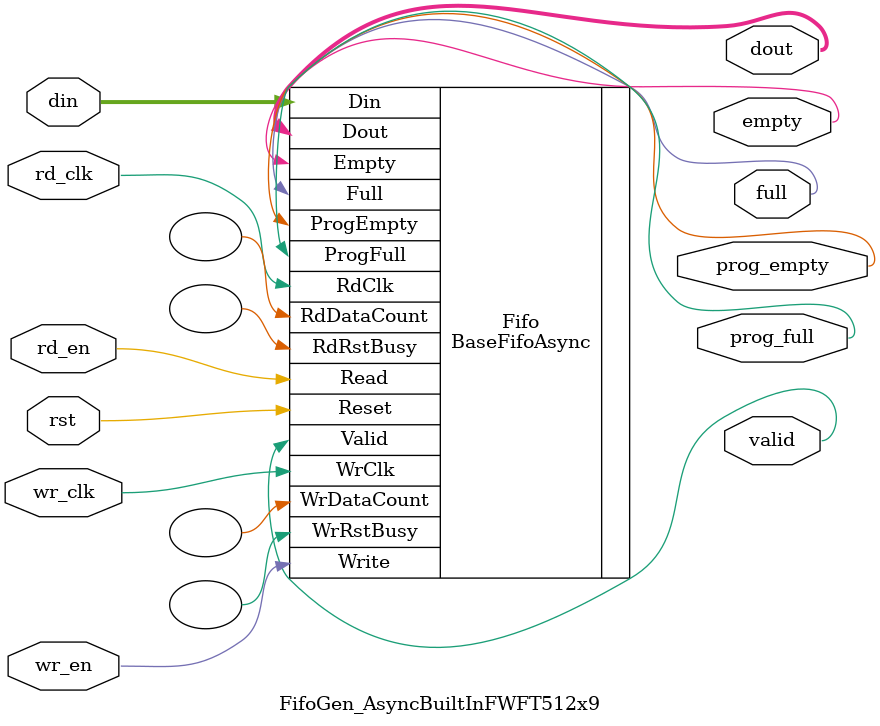
<source format=v>
/*
	FifoGen_AsyncBuiltInFWFT512x9.v: Behavior version of 512x9 built in RAM FIFO

		  Ted Rossin 10-18-2024
	  		     11-05-2024 

     Note: 
*/

`timescale 1ns / 1ps

module FifoGen_AsyncBuiltInFWFT512x9(
     input wr_clk
    ,input rd_clk
    ,input rst
    ,input[8:0] din
    ,input wr_en
    ,input rd_en
    ,output[8:0] dout
    ,output full
    ,output empty
    ,output prog_empty
    ,output prog_full
    ,output valid
);

    BaseFifoAsync #(
	 .FirstWordFall(1)
	,.BuiltIn(1)
	,.Depth(512)
	,.Width(9)
	,.ProgEmptyValue(10)
	,.ProgFullValue(14)
	,.DataCountWidth(9)
	,.NumSync(2)
    ) Fifo(
     	 .WrClk(wr_clk)
     	,.RdClk(rd_clk)
    	,.Reset(rst)
	,.RdRstBusy()
	,.WrRstBusy()
    	,.Write(wr_en)
    	,.Read(rd_en)
    	,.Din(din)
    	,.Dout(dout)
    	,.ProgFull(prog_full)
    	,.WrDataCount()
    	,.RdDataCount()
    	,.Valid(valid)
    	,.Empty(empty)
	,.ProgEmpty(prog_empty)
    	,.Full(full)
    );
endmodule

</source>
